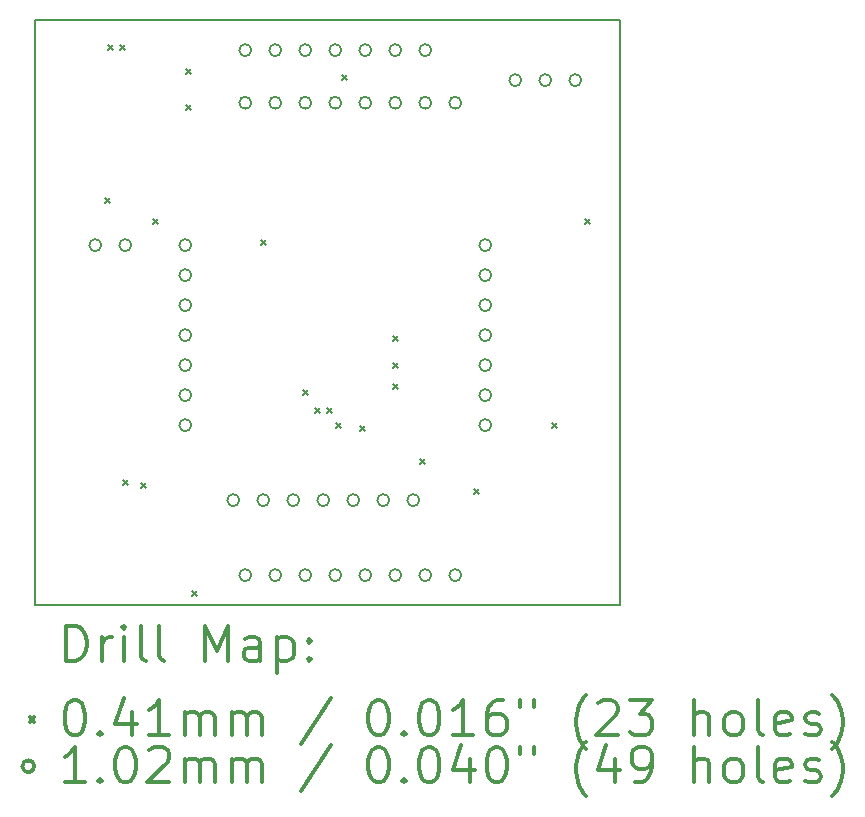
<source format=gbr>
%FSLAX45Y45*%
G04 Gerber Fmt 4.5, Leading zero omitted, Abs format (unit mm)*
G04 Created by KiCad (PCBNEW 4.0.1-stable) date Sun 03 Jan 2016 01:51:01 PM EET*
%MOMM*%
G01*
G04 APERTURE LIST*
%ADD10C,0.127000*%
%ADD11C,0.150000*%
%ADD12C,0.200000*%
%ADD13C,0.300000*%
G04 APERTURE END LIST*
D10*
D11*
X17272000Y-11938000D02*
X12319000Y-11938000D01*
X17272000Y-6985000D02*
X17272000Y-11938000D01*
X12319000Y-6985000D02*
X17272000Y-6985000D01*
X12319000Y-11938000D02*
X12319000Y-6985000D01*
D12*
X12908100Y-8488500D02*
X12949100Y-8529500D01*
X12949100Y-8488500D02*
X12908100Y-8529500D01*
X12933500Y-7193100D02*
X12974500Y-7234100D01*
X12974500Y-7193100D02*
X12933500Y-7234100D01*
X13035100Y-7193100D02*
X13076100Y-7234100D01*
X13076100Y-7193100D02*
X13035100Y-7234100D01*
X13060500Y-10876100D02*
X13101500Y-10917100D01*
X13101500Y-10876100D02*
X13060500Y-10917100D01*
X13212900Y-10901500D02*
X13253900Y-10942500D01*
X13253900Y-10901500D02*
X13212900Y-10942500D01*
X13314500Y-8666300D02*
X13355500Y-8707300D01*
X13355500Y-8666300D02*
X13314500Y-8707300D01*
X13593900Y-7396300D02*
X13634900Y-7437300D01*
X13634900Y-7396300D02*
X13593900Y-7437300D01*
X13593900Y-7701100D02*
X13634900Y-7742100D01*
X13634900Y-7701100D02*
X13593900Y-7742100D01*
X13644700Y-11815900D02*
X13685700Y-11856900D01*
X13685700Y-11815900D02*
X13644700Y-11856900D01*
X14228900Y-8844100D02*
X14269900Y-8885100D01*
X14269900Y-8844100D02*
X14228900Y-8885100D01*
X14584500Y-10114100D02*
X14625500Y-10155100D01*
X14625500Y-10114100D02*
X14584500Y-10155100D01*
X14686100Y-10266500D02*
X14727100Y-10307500D01*
X14727100Y-10266500D02*
X14686100Y-10307500D01*
X14787700Y-10266500D02*
X14828700Y-10307500D01*
X14828700Y-10266500D02*
X14787700Y-10307500D01*
X14863900Y-10393500D02*
X14904900Y-10434500D01*
X14904900Y-10393500D02*
X14863900Y-10434500D01*
X14914700Y-7447100D02*
X14955700Y-7488100D01*
X14955700Y-7447100D02*
X14914700Y-7488100D01*
X15067100Y-10418900D02*
X15108100Y-10459900D01*
X15108100Y-10418900D02*
X15067100Y-10459900D01*
X15346500Y-9656900D02*
X15387500Y-9697900D01*
X15387500Y-9656900D02*
X15346500Y-9697900D01*
X15346500Y-9885500D02*
X15387500Y-9926500D01*
X15387500Y-9885500D02*
X15346500Y-9926500D01*
X15346500Y-10063300D02*
X15387500Y-10104300D01*
X15387500Y-10063300D02*
X15346500Y-10104300D01*
X15575100Y-10698300D02*
X15616100Y-10739300D01*
X15616100Y-10698300D02*
X15575100Y-10739300D01*
X16032300Y-10952300D02*
X16073300Y-10993300D01*
X16073300Y-10952300D02*
X16032300Y-10993300D01*
X16693501Y-10393500D02*
X16734501Y-10434500D01*
X16734501Y-10393500D02*
X16693501Y-10434500D01*
X16972100Y-8666300D02*
X17013100Y-8707300D01*
X17013100Y-8666300D02*
X16972100Y-8707300D01*
X12877800Y-8890000D02*
G75*
G03X12877800Y-8890000I-50800J0D01*
G01*
X13131800Y-8890000D02*
G75*
G03X13131800Y-8890000I-50800J0D01*
G01*
X13639800Y-8890000D02*
G75*
G03X13639800Y-8890000I-50800J0D01*
G01*
X13639800Y-9144000D02*
G75*
G03X13639800Y-9144000I-50800J0D01*
G01*
X13639800Y-9398000D02*
G75*
G03X13639800Y-9398000I-50800J0D01*
G01*
X13639800Y-9652000D02*
G75*
G03X13639800Y-9652000I-50800J0D01*
G01*
X13639800Y-9906000D02*
G75*
G03X13639800Y-9906000I-50800J0D01*
G01*
X13639800Y-10160000D02*
G75*
G03X13639800Y-10160000I-50800J0D01*
G01*
X13639800Y-10414000D02*
G75*
G03X13639800Y-10414000I-50800J0D01*
G01*
X14046200Y-11049000D02*
G75*
G03X14046200Y-11049000I-50800J0D01*
G01*
X14147800Y-7239000D02*
G75*
G03X14147800Y-7239000I-50800J0D01*
G01*
X14147800Y-7684000D02*
G75*
G03X14147800Y-7684000I-50800J0D01*
G01*
X14147800Y-11684000D02*
G75*
G03X14147800Y-11684000I-50800J0D01*
G01*
X14300200Y-11049000D02*
G75*
G03X14300200Y-11049000I-50800J0D01*
G01*
X14401800Y-7239000D02*
G75*
G03X14401800Y-7239000I-50800J0D01*
G01*
X14401800Y-7684000D02*
G75*
G03X14401800Y-7684000I-50800J0D01*
G01*
X14401800Y-11684000D02*
G75*
G03X14401800Y-11684000I-50800J0D01*
G01*
X14554200Y-11049000D02*
G75*
G03X14554200Y-11049000I-50800J0D01*
G01*
X14655800Y-7239000D02*
G75*
G03X14655800Y-7239000I-50800J0D01*
G01*
X14655800Y-7684000D02*
G75*
G03X14655800Y-7684000I-50800J0D01*
G01*
X14655800Y-11684000D02*
G75*
G03X14655800Y-11684000I-50800J0D01*
G01*
X14808200Y-11049000D02*
G75*
G03X14808200Y-11049000I-50800J0D01*
G01*
X14909800Y-7239000D02*
G75*
G03X14909800Y-7239000I-50800J0D01*
G01*
X14909800Y-7684000D02*
G75*
G03X14909800Y-7684000I-50800J0D01*
G01*
X14909800Y-11684000D02*
G75*
G03X14909800Y-11684000I-50800J0D01*
G01*
X15062200Y-11049000D02*
G75*
G03X15062200Y-11049000I-50800J0D01*
G01*
X15163800Y-7239000D02*
G75*
G03X15163800Y-7239000I-50800J0D01*
G01*
X15163800Y-7684000D02*
G75*
G03X15163800Y-7684000I-50800J0D01*
G01*
X15163800Y-11684000D02*
G75*
G03X15163800Y-11684000I-50800J0D01*
G01*
X15316200Y-11049000D02*
G75*
G03X15316200Y-11049000I-50800J0D01*
G01*
X15417800Y-7239000D02*
G75*
G03X15417800Y-7239000I-50800J0D01*
G01*
X15417800Y-7684000D02*
G75*
G03X15417800Y-7684000I-50800J0D01*
G01*
X15417800Y-11684000D02*
G75*
G03X15417800Y-11684000I-50800J0D01*
G01*
X15570200Y-11049000D02*
G75*
G03X15570200Y-11049000I-50800J0D01*
G01*
X15671800Y-7239000D02*
G75*
G03X15671800Y-7239000I-50800J0D01*
G01*
X15671800Y-7684000D02*
G75*
G03X15671800Y-7684000I-50800J0D01*
G01*
X15671800Y-11684000D02*
G75*
G03X15671800Y-11684000I-50800J0D01*
G01*
X15925800Y-7684000D02*
G75*
G03X15925800Y-7684000I-50800J0D01*
G01*
X15925800Y-11684000D02*
G75*
G03X15925800Y-11684000I-50800J0D01*
G01*
X16179800Y-8890000D02*
G75*
G03X16179800Y-8890000I-50800J0D01*
G01*
X16179800Y-9144000D02*
G75*
G03X16179800Y-9144000I-50800J0D01*
G01*
X16179800Y-9398000D02*
G75*
G03X16179800Y-9398000I-50800J0D01*
G01*
X16179800Y-9652000D02*
G75*
G03X16179800Y-9652000I-50800J0D01*
G01*
X16179800Y-9906000D02*
G75*
G03X16179800Y-9906000I-50800J0D01*
G01*
X16179800Y-10160000D02*
G75*
G03X16179800Y-10160000I-50800J0D01*
G01*
X16179800Y-10414000D02*
G75*
G03X16179800Y-10414000I-50800J0D01*
G01*
X16433800Y-7493000D02*
G75*
G03X16433800Y-7493000I-50800J0D01*
G01*
X16687800Y-7493000D02*
G75*
G03X16687800Y-7493000I-50800J0D01*
G01*
X16941800Y-7493000D02*
G75*
G03X16941800Y-7493000I-50800J0D01*
G01*
D13*
X12582928Y-12411214D02*
X12582928Y-12111214D01*
X12654357Y-12111214D01*
X12697214Y-12125500D01*
X12725786Y-12154071D01*
X12740071Y-12182643D01*
X12754357Y-12239786D01*
X12754357Y-12282643D01*
X12740071Y-12339786D01*
X12725786Y-12368357D01*
X12697214Y-12396929D01*
X12654357Y-12411214D01*
X12582928Y-12411214D01*
X12882928Y-12411214D02*
X12882928Y-12211214D01*
X12882928Y-12268357D02*
X12897214Y-12239786D01*
X12911500Y-12225500D01*
X12940071Y-12211214D01*
X12968643Y-12211214D01*
X13068643Y-12411214D02*
X13068643Y-12211214D01*
X13068643Y-12111214D02*
X13054357Y-12125500D01*
X13068643Y-12139786D01*
X13082928Y-12125500D01*
X13068643Y-12111214D01*
X13068643Y-12139786D01*
X13254357Y-12411214D02*
X13225786Y-12396929D01*
X13211500Y-12368357D01*
X13211500Y-12111214D01*
X13411500Y-12411214D02*
X13382928Y-12396929D01*
X13368643Y-12368357D01*
X13368643Y-12111214D01*
X13754357Y-12411214D02*
X13754357Y-12111214D01*
X13854357Y-12325500D01*
X13954357Y-12111214D01*
X13954357Y-12411214D01*
X14225786Y-12411214D02*
X14225786Y-12254071D01*
X14211500Y-12225500D01*
X14182928Y-12211214D01*
X14125786Y-12211214D01*
X14097214Y-12225500D01*
X14225786Y-12396929D02*
X14197214Y-12411214D01*
X14125786Y-12411214D01*
X14097214Y-12396929D01*
X14082928Y-12368357D01*
X14082928Y-12339786D01*
X14097214Y-12311214D01*
X14125786Y-12296929D01*
X14197214Y-12296929D01*
X14225786Y-12282643D01*
X14368643Y-12211214D02*
X14368643Y-12511214D01*
X14368643Y-12225500D02*
X14397214Y-12211214D01*
X14454357Y-12211214D01*
X14482928Y-12225500D01*
X14497214Y-12239786D01*
X14511500Y-12268357D01*
X14511500Y-12354071D01*
X14497214Y-12382643D01*
X14482928Y-12396929D01*
X14454357Y-12411214D01*
X14397214Y-12411214D01*
X14368643Y-12396929D01*
X14640071Y-12382643D02*
X14654357Y-12396929D01*
X14640071Y-12411214D01*
X14625786Y-12396929D01*
X14640071Y-12382643D01*
X14640071Y-12411214D01*
X14640071Y-12225500D02*
X14654357Y-12239786D01*
X14640071Y-12254071D01*
X14625786Y-12239786D01*
X14640071Y-12225500D01*
X14640071Y-12254071D01*
X12270500Y-12885000D02*
X12311500Y-12926000D01*
X12311500Y-12885000D02*
X12270500Y-12926000D01*
X12640071Y-12741214D02*
X12668643Y-12741214D01*
X12697214Y-12755500D01*
X12711500Y-12769786D01*
X12725786Y-12798357D01*
X12740071Y-12855500D01*
X12740071Y-12926929D01*
X12725786Y-12984071D01*
X12711500Y-13012643D01*
X12697214Y-13026929D01*
X12668643Y-13041214D01*
X12640071Y-13041214D01*
X12611500Y-13026929D01*
X12597214Y-13012643D01*
X12582928Y-12984071D01*
X12568643Y-12926929D01*
X12568643Y-12855500D01*
X12582928Y-12798357D01*
X12597214Y-12769786D01*
X12611500Y-12755500D01*
X12640071Y-12741214D01*
X12868643Y-13012643D02*
X12882928Y-13026929D01*
X12868643Y-13041214D01*
X12854357Y-13026929D01*
X12868643Y-13012643D01*
X12868643Y-13041214D01*
X13140071Y-12841214D02*
X13140071Y-13041214D01*
X13068643Y-12726929D02*
X12997214Y-12941214D01*
X13182928Y-12941214D01*
X13454357Y-13041214D02*
X13282928Y-13041214D01*
X13368643Y-13041214D02*
X13368643Y-12741214D01*
X13340071Y-12784071D01*
X13311500Y-12812643D01*
X13282928Y-12826929D01*
X13582928Y-13041214D02*
X13582928Y-12841214D01*
X13582928Y-12869786D02*
X13597214Y-12855500D01*
X13625786Y-12841214D01*
X13668643Y-12841214D01*
X13697214Y-12855500D01*
X13711500Y-12884071D01*
X13711500Y-13041214D01*
X13711500Y-12884071D02*
X13725786Y-12855500D01*
X13754357Y-12841214D01*
X13797214Y-12841214D01*
X13825786Y-12855500D01*
X13840071Y-12884071D01*
X13840071Y-13041214D01*
X13982928Y-13041214D02*
X13982928Y-12841214D01*
X13982928Y-12869786D02*
X13997214Y-12855500D01*
X14025786Y-12841214D01*
X14068643Y-12841214D01*
X14097214Y-12855500D01*
X14111500Y-12884071D01*
X14111500Y-13041214D01*
X14111500Y-12884071D02*
X14125786Y-12855500D01*
X14154357Y-12841214D01*
X14197214Y-12841214D01*
X14225786Y-12855500D01*
X14240071Y-12884071D01*
X14240071Y-13041214D01*
X14825786Y-12726929D02*
X14568643Y-13112643D01*
X15211500Y-12741214D02*
X15240071Y-12741214D01*
X15268643Y-12755500D01*
X15282928Y-12769786D01*
X15297214Y-12798357D01*
X15311500Y-12855500D01*
X15311500Y-12926929D01*
X15297214Y-12984071D01*
X15282928Y-13012643D01*
X15268643Y-13026929D01*
X15240071Y-13041214D01*
X15211500Y-13041214D01*
X15182928Y-13026929D01*
X15168643Y-13012643D01*
X15154357Y-12984071D01*
X15140071Y-12926929D01*
X15140071Y-12855500D01*
X15154357Y-12798357D01*
X15168643Y-12769786D01*
X15182928Y-12755500D01*
X15211500Y-12741214D01*
X15440071Y-13012643D02*
X15454357Y-13026929D01*
X15440071Y-13041214D01*
X15425786Y-13026929D01*
X15440071Y-13012643D01*
X15440071Y-13041214D01*
X15640071Y-12741214D02*
X15668643Y-12741214D01*
X15697214Y-12755500D01*
X15711500Y-12769786D01*
X15725785Y-12798357D01*
X15740071Y-12855500D01*
X15740071Y-12926929D01*
X15725785Y-12984071D01*
X15711500Y-13012643D01*
X15697214Y-13026929D01*
X15668643Y-13041214D01*
X15640071Y-13041214D01*
X15611500Y-13026929D01*
X15597214Y-13012643D01*
X15582928Y-12984071D01*
X15568643Y-12926929D01*
X15568643Y-12855500D01*
X15582928Y-12798357D01*
X15597214Y-12769786D01*
X15611500Y-12755500D01*
X15640071Y-12741214D01*
X16025785Y-13041214D02*
X15854357Y-13041214D01*
X15940071Y-13041214D02*
X15940071Y-12741214D01*
X15911500Y-12784071D01*
X15882928Y-12812643D01*
X15854357Y-12826929D01*
X16282928Y-12741214D02*
X16225785Y-12741214D01*
X16197214Y-12755500D01*
X16182928Y-12769786D01*
X16154357Y-12812643D01*
X16140071Y-12869786D01*
X16140071Y-12984071D01*
X16154357Y-13012643D01*
X16168643Y-13026929D01*
X16197214Y-13041214D01*
X16254357Y-13041214D01*
X16282928Y-13026929D01*
X16297214Y-13012643D01*
X16311500Y-12984071D01*
X16311500Y-12912643D01*
X16297214Y-12884071D01*
X16282928Y-12869786D01*
X16254357Y-12855500D01*
X16197214Y-12855500D01*
X16168643Y-12869786D01*
X16154357Y-12884071D01*
X16140071Y-12912643D01*
X16425786Y-12741214D02*
X16425786Y-12798357D01*
X16540071Y-12741214D02*
X16540071Y-12798357D01*
X16982928Y-13155500D02*
X16968643Y-13141214D01*
X16940071Y-13098357D01*
X16925786Y-13069786D01*
X16911500Y-13026929D01*
X16897214Y-12955500D01*
X16897214Y-12898357D01*
X16911500Y-12826929D01*
X16925786Y-12784071D01*
X16940071Y-12755500D01*
X16968643Y-12712643D01*
X16982928Y-12698357D01*
X17082928Y-12769786D02*
X17097214Y-12755500D01*
X17125786Y-12741214D01*
X17197214Y-12741214D01*
X17225786Y-12755500D01*
X17240071Y-12769786D01*
X17254357Y-12798357D01*
X17254357Y-12826929D01*
X17240071Y-12869786D01*
X17068643Y-13041214D01*
X17254357Y-13041214D01*
X17354357Y-12741214D02*
X17540071Y-12741214D01*
X17440071Y-12855500D01*
X17482928Y-12855500D01*
X17511500Y-12869786D01*
X17525786Y-12884071D01*
X17540071Y-12912643D01*
X17540071Y-12984071D01*
X17525786Y-13012643D01*
X17511500Y-13026929D01*
X17482928Y-13041214D01*
X17397214Y-13041214D01*
X17368643Y-13026929D01*
X17354357Y-13012643D01*
X17897214Y-13041214D02*
X17897214Y-12741214D01*
X18025786Y-13041214D02*
X18025786Y-12884071D01*
X18011500Y-12855500D01*
X17982928Y-12841214D01*
X17940071Y-12841214D01*
X17911500Y-12855500D01*
X17897214Y-12869786D01*
X18211500Y-13041214D02*
X18182928Y-13026929D01*
X18168643Y-13012643D01*
X18154357Y-12984071D01*
X18154357Y-12898357D01*
X18168643Y-12869786D01*
X18182928Y-12855500D01*
X18211500Y-12841214D01*
X18254357Y-12841214D01*
X18282928Y-12855500D01*
X18297214Y-12869786D01*
X18311500Y-12898357D01*
X18311500Y-12984071D01*
X18297214Y-13012643D01*
X18282928Y-13026929D01*
X18254357Y-13041214D01*
X18211500Y-13041214D01*
X18482928Y-13041214D02*
X18454357Y-13026929D01*
X18440071Y-12998357D01*
X18440071Y-12741214D01*
X18711500Y-13026929D02*
X18682929Y-13041214D01*
X18625786Y-13041214D01*
X18597214Y-13026929D01*
X18582929Y-12998357D01*
X18582929Y-12884071D01*
X18597214Y-12855500D01*
X18625786Y-12841214D01*
X18682929Y-12841214D01*
X18711500Y-12855500D01*
X18725786Y-12884071D01*
X18725786Y-12912643D01*
X18582929Y-12941214D01*
X18840071Y-13026929D02*
X18868643Y-13041214D01*
X18925786Y-13041214D01*
X18954357Y-13026929D01*
X18968643Y-12998357D01*
X18968643Y-12984071D01*
X18954357Y-12955500D01*
X18925786Y-12941214D01*
X18882929Y-12941214D01*
X18854357Y-12926929D01*
X18840071Y-12898357D01*
X18840071Y-12884071D01*
X18854357Y-12855500D01*
X18882929Y-12841214D01*
X18925786Y-12841214D01*
X18954357Y-12855500D01*
X19068643Y-13155500D02*
X19082929Y-13141214D01*
X19111500Y-13098357D01*
X19125786Y-13069786D01*
X19140071Y-13026929D01*
X19154357Y-12955500D01*
X19154357Y-12898357D01*
X19140071Y-12826929D01*
X19125786Y-12784071D01*
X19111500Y-12755500D01*
X19082929Y-12712643D01*
X19068643Y-12698357D01*
X12311500Y-13301500D02*
G75*
G03X12311500Y-13301500I-50800J0D01*
G01*
X12740071Y-13437214D02*
X12568643Y-13437214D01*
X12654357Y-13437214D02*
X12654357Y-13137214D01*
X12625786Y-13180071D01*
X12597214Y-13208643D01*
X12568643Y-13222929D01*
X12868643Y-13408643D02*
X12882928Y-13422929D01*
X12868643Y-13437214D01*
X12854357Y-13422929D01*
X12868643Y-13408643D01*
X12868643Y-13437214D01*
X13068643Y-13137214D02*
X13097214Y-13137214D01*
X13125786Y-13151500D01*
X13140071Y-13165786D01*
X13154357Y-13194357D01*
X13168643Y-13251500D01*
X13168643Y-13322929D01*
X13154357Y-13380071D01*
X13140071Y-13408643D01*
X13125786Y-13422929D01*
X13097214Y-13437214D01*
X13068643Y-13437214D01*
X13040071Y-13422929D01*
X13025786Y-13408643D01*
X13011500Y-13380071D01*
X12997214Y-13322929D01*
X12997214Y-13251500D01*
X13011500Y-13194357D01*
X13025786Y-13165786D01*
X13040071Y-13151500D01*
X13068643Y-13137214D01*
X13282928Y-13165786D02*
X13297214Y-13151500D01*
X13325786Y-13137214D01*
X13397214Y-13137214D01*
X13425786Y-13151500D01*
X13440071Y-13165786D01*
X13454357Y-13194357D01*
X13454357Y-13222929D01*
X13440071Y-13265786D01*
X13268643Y-13437214D01*
X13454357Y-13437214D01*
X13582928Y-13437214D02*
X13582928Y-13237214D01*
X13582928Y-13265786D02*
X13597214Y-13251500D01*
X13625786Y-13237214D01*
X13668643Y-13237214D01*
X13697214Y-13251500D01*
X13711500Y-13280071D01*
X13711500Y-13437214D01*
X13711500Y-13280071D02*
X13725786Y-13251500D01*
X13754357Y-13237214D01*
X13797214Y-13237214D01*
X13825786Y-13251500D01*
X13840071Y-13280071D01*
X13840071Y-13437214D01*
X13982928Y-13437214D02*
X13982928Y-13237214D01*
X13982928Y-13265786D02*
X13997214Y-13251500D01*
X14025786Y-13237214D01*
X14068643Y-13237214D01*
X14097214Y-13251500D01*
X14111500Y-13280071D01*
X14111500Y-13437214D01*
X14111500Y-13280071D02*
X14125786Y-13251500D01*
X14154357Y-13237214D01*
X14197214Y-13237214D01*
X14225786Y-13251500D01*
X14240071Y-13280071D01*
X14240071Y-13437214D01*
X14825786Y-13122929D02*
X14568643Y-13508643D01*
X15211500Y-13137214D02*
X15240071Y-13137214D01*
X15268643Y-13151500D01*
X15282928Y-13165786D01*
X15297214Y-13194357D01*
X15311500Y-13251500D01*
X15311500Y-13322929D01*
X15297214Y-13380071D01*
X15282928Y-13408643D01*
X15268643Y-13422929D01*
X15240071Y-13437214D01*
X15211500Y-13437214D01*
X15182928Y-13422929D01*
X15168643Y-13408643D01*
X15154357Y-13380071D01*
X15140071Y-13322929D01*
X15140071Y-13251500D01*
X15154357Y-13194357D01*
X15168643Y-13165786D01*
X15182928Y-13151500D01*
X15211500Y-13137214D01*
X15440071Y-13408643D02*
X15454357Y-13422929D01*
X15440071Y-13437214D01*
X15425786Y-13422929D01*
X15440071Y-13408643D01*
X15440071Y-13437214D01*
X15640071Y-13137214D02*
X15668643Y-13137214D01*
X15697214Y-13151500D01*
X15711500Y-13165786D01*
X15725785Y-13194357D01*
X15740071Y-13251500D01*
X15740071Y-13322929D01*
X15725785Y-13380071D01*
X15711500Y-13408643D01*
X15697214Y-13422929D01*
X15668643Y-13437214D01*
X15640071Y-13437214D01*
X15611500Y-13422929D01*
X15597214Y-13408643D01*
X15582928Y-13380071D01*
X15568643Y-13322929D01*
X15568643Y-13251500D01*
X15582928Y-13194357D01*
X15597214Y-13165786D01*
X15611500Y-13151500D01*
X15640071Y-13137214D01*
X15997214Y-13237214D02*
X15997214Y-13437214D01*
X15925785Y-13122929D02*
X15854357Y-13337214D01*
X16040071Y-13337214D01*
X16211500Y-13137214D02*
X16240071Y-13137214D01*
X16268643Y-13151500D01*
X16282928Y-13165786D01*
X16297214Y-13194357D01*
X16311500Y-13251500D01*
X16311500Y-13322929D01*
X16297214Y-13380071D01*
X16282928Y-13408643D01*
X16268643Y-13422929D01*
X16240071Y-13437214D01*
X16211500Y-13437214D01*
X16182928Y-13422929D01*
X16168643Y-13408643D01*
X16154357Y-13380071D01*
X16140071Y-13322929D01*
X16140071Y-13251500D01*
X16154357Y-13194357D01*
X16168643Y-13165786D01*
X16182928Y-13151500D01*
X16211500Y-13137214D01*
X16425786Y-13137214D02*
X16425786Y-13194357D01*
X16540071Y-13137214D02*
X16540071Y-13194357D01*
X16982928Y-13551500D02*
X16968643Y-13537214D01*
X16940071Y-13494357D01*
X16925786Y-13465786D01*
X16911500Y-13422929D01*
X16897214Y-13351500D01*
X16897214Y-13294357D01*
X16911500Y-13222929D01*
X16925786Y-13180071D01*
X16940071Y-13151500D01*
X16968643Y-13108643D01*
X16982928Y-13094357D01*
X17225786Y-13237214D02*
X17225786Y-13437214D01*
X17154357Y-13122929D02*
X17082928Y-13337214D01*
X17268643Y-13337214D01*
X17397214Y-13437214D02*
X17454357Y-13437214D01*
X17482928Y-13422929D01*
X17497214Y-13408643D01*
X17525786Y-13365786D01*
X17540071Y-13308643D01*
X17540071Y-13194357D01*
X17525786Y-13165786D01*
X17511500Y-13151500D01*
X17482928Y-13137214D01*
X17425786Y-13137214D01*
X17397214Y-13151500D01*
X17382928Y-13165786D01*
X17368643Y-13194357D01*
X17368643Y-13265786D01*
X17382928Y-13294357D01*
X17397214Y-13308643D01*
X17425786Y-13322929D01*
X17482928Y-13322929D01*
X17511500Y-13308643D01*
X17525786Y-13294357D01*
X17540071Y-13265786D01*
X17897214Y-13437214D02*
X17897214Y-13137214D01*
X18025786Y-13437214D02*
X18025786Y-13280071D01*
X18011500Y-13251500D01*
X17982928Y-13237214D01*
X17940071Y-13237214D01*
X17911500Y-13251500D01*
X17897214Y-13265786D01*
X18211500Y-13437214D02*
X18182928Y-13422929D01*
X18168643Y-13408643D01*
X18154357Y-13380071D01*
X18154357Y-13294357D01*
X18168643Y-13265786D01*
X18182928Y-13251500D01*
X18211500Y-13237214D01*
X18254357Y-13237214D01*
X18282928Y-13251500D01*
X18297214Y-13265786D01*
X18311500Y-13294357D01*
X18311500Y-13380071D01*
X18297214Y-13408643D01*
X18282928Y-13422929D01*
X18254357Y-13437214D01*
X18211500Y-13437214D01*
X18482928Y-13437214D02*
X18454357Y-13422929D01*
X18440071Y-13394357D01*
X18440071Y-13137214D01*
X18711500Y-13422929D02*
X18682929Y-13437214D01*
X18625786Y-13437214D01*
X18597214Y-13422929D01*
X18582929Y-13394357D01*
X18582929Y-13280071D01*
X18597214Y-13251500D01*
X18625786Y-13237214D01*
X18682929Y-13237214D01*
X18711500Y-13251500D01*
X18725786Y-13280071D01*
X18725786Y-13308643D01*
X18582929Y-13337214D01*
X18840071Y-13422929D02*
X18868643Y-13437214D01*
X18925786Y-13437214D01*
X18954357Y-13422929D01*
X18968643Y-13394357D01*
X18968643Y-13380071D01*
X18954357Y-13351500D01*
X18925786Y-13337214D01*
X18882929Y-13337214D01*
X18854357Y-13322929D01*
X18840071Y-13294357D01*
X18840071Y-13280071D01*
X18854357Y-13251500D01*
X18882929Y-13237214D01*
X18925786Y-13237214D01*
X18954357Y-13251500D01*
X19068643Y-13551500D02*
X19082929Y-13537214D01*
X19111500Y-13494357D01*
X19125786Y-13465786D01*
X19140071Y-13422929D01*
X19154357Y-13351500D01*
X19154357Y-13294357D01*
X19140071Y-13222929D01*
X19125786Y-13180071D01*
X19111500Y-13151500D01*
X19082929Y-13108643D01*
X19068643Y-13094357D01*
M02*

</source>
